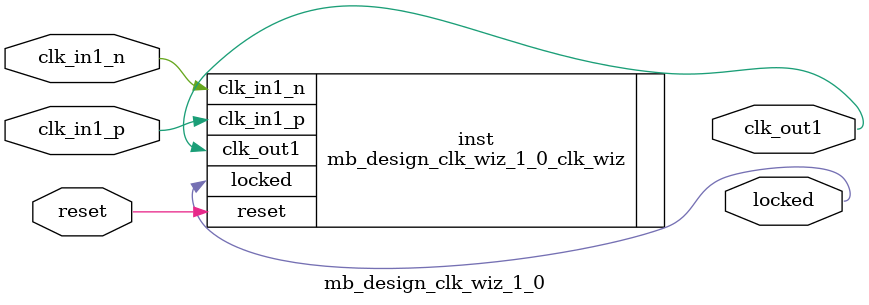
<source format=v>


`timescale 1ps/1ps

(* CORE_GENERATION_INFO = "mb_design_clk_wiz_1_0,clk_wiz_v6_0_3_0_0,{component_name=mb_design_clk_wiz_1_0,use_phase_alignment=true,use_min_o_jitter=false,use_max_i_jitter=false,use_dyn_phase_shift=false,use_inclk_switchover=false,use_dyn_reconfig=false,enable_axi=0,feedback_source=FDBK_AUTO,PRIMITIVE=MMCM,num_out_clk=1,clkin1_period=10.000,clkin2_period=10.000,use_power_down=false,use_reset=true,use_locked=true,use_inclk_stopped=false,feedback_type=SINGLE,CLOCK_MGR_TYPE=NA,manual_override=false}" *)

module mb_design_clk_wiz_1_0 
 (
  // Clock out ports
  output        clk_out1,
  // Status and control signals
  input         reset,
  output        locked,
 // Clock in ports
  input         clk_in1_p,
  input         clk_in1_n
 );

  mb_design_clk_wiz_1_0_clk_wiz inst
  (
  // Clock out ports  
  .clk_out1(clk_out1),
  // Status and control signals               
  .reset(reset), 
  .locked(locked),
 // Clock in ports
  .clk_in1_p(clk_in1_p),
  .clk_in1_n(clk_in1_n)
  );

endmodule

</source>
